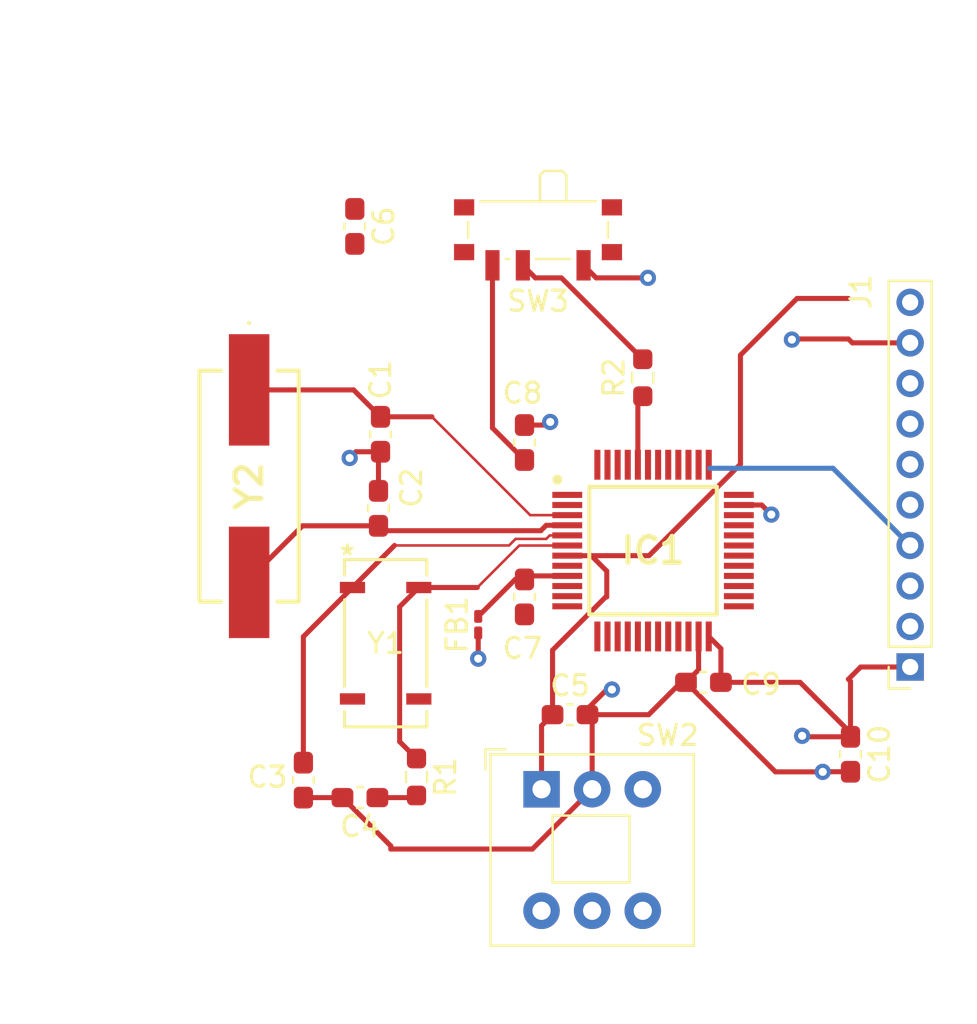
<source format=kicad_pcb>
(kicad_pcb (version 20221018) (generator pcbnew)
  (layers (0 "F.Cu" signal) (1 "In1.Cu" power "Ground Plane") (2 "In2.Cu" power "VDD") (31 "B.Cu" signal) (34 "B.Paste" user) (35 "F.Paste" user) (36 "B.SilkS" user "B.Silkscreen") (37 "F.SilkS" user "F.Silkscreen") (38 "B.Mask" user) (39 "F.Mask" user) (44 "Edge.Cuts" user))
  (net 0 "")
  (net 1 "Net-(IC1-PC14-OSC32_IN)")
  (net 3 "Earth")
  (net 4 "Net-(IC1-PC15-OSC32_OUT)")
  (net 5 "Net-(IC1-PH0-OSC_IN)")
  (net 6 "Net-(C4-Pad1)")
  (net 7 "Net-(IC1-NRST)")
  (net 9 "VDDA")
  (net 23 "VDD")
  (net 24 "Net-(IC1-PH1-OSC_OUT)")
  (net 34 "SWDIO{slash}TMS")
  (net 35 "SWCLK{slash}TCK")
  (net 37 "Net-(IC1-BOOT0)")
  (net 50 "Net-(SW3-B)")
  (footprint "Capacitor_SMD:C_0603_1608Metric_Pad1.08x0.95mm_HandSolder" (layer "F.Cu") (at 71.882 90.678 180)
    (fp_text reference "C4" (at 0 -1.43) (layer "F.SilkS"))
    (fp_text value "20pF" hide)
    (fp_line (start -0.146267 -0.51) (end 0.146267 -0.51) (stroke (width 0.12)) (layer "F.SilkS"))
    (fp_line (start -0.146267 0.51) (end 0.146267 0.51) (stroke (width 0.12)) (layer "F.SilkS"))
    (pad "1" smd roundrect (at -0.8625 0 180) (size 1.075 0.95) (layers "F.Cu" "F.Paste" "F.Mask") (net 6 "Net-(C4-Pad1)"))
    (pad "2" smd roundrect (at 0.8625 0 180) (size 1.075 0.95) (layers "F.Cu" "F.Paste" "F.Mask") (net 3 "Earth"))
  )
  (footprint "SWLib:830003151" (layer "F.Cu") (at 66.4083 75.304 -90)
    (fp_text reference "Y2" (at 0 0 90) (layer "F.SilkS") (effects (font (size 1.27 1.27) (thickness 0.254))))
    (fp_text value "8MHz" hide)
    (fp_line (start -8.1 0) (end -8.1 0) (stroke (width 0.1)) (layer "F.SilkS"))
    (fp_line (start -8 0) (end -8 0) (stroke (width 0.1)) (layer "F.SilkS"))
    (fp_line (start -5.7 -2.45) (end 5.7 -2.45) (stroke (width 0.2)) (layer "F.SilkS"))
    (fp_line (start -5.7 -1.4) (end -5.7 -2.45) (stroke (width 0.2)) (layer "F.SilkS"))
    (fp_line (start -5.7 1.4) (end -5.7 2.45) (stroke (width 0.2)) (layer "F.SilkS"))
    (fp_line (start -5.7 2.45) (end 5.7 2.45) (stroke (width 0.2)) (layer "F.SilkS"))
    (fp_line (start 5.7 -2.45) (end 5.7 -1.4) (stroke (width 0.2)) (layer "F.SilkS"))
    (fp_line (start 5.7 2.45) (end 5.7 1.4) (stroke (width 0.2)) (layer "F.SilkS"))
    (fp_arc (start -8.1 0) (mid -8.05 -0.05) (end -8 0) (stroke (width 0.1)) (layer "F.SilkS"))
    (fp_arc (start -8 0) (mid -8.05 0.05) (end -8.1 0) (stroke (width 0.1)) (layer "F.SilkS"))
    (pad "1" smd rect (at -4.75 0) (size 2 5.5) (layers "F.Cu" "F.Paste" "F.Mask") (net 1 "Net-(IC1-PC14-OSC32_IN)"))
    (pad "2" smd rect (at 4.75 0) (size 2 5.5) (layers "F.Cu" "F.Paste" "F.Mask") (net 4 "Net-(IC1-PC15-OSC32_OUT)"))
  )
  (footprint "Capacitor_SMD:C_0603_1608Metric_Pad1.08x0.95mm_HandSolder" (layer "F.Cu") (at 80.01 73.152 90)
    (fp_text reference "C8" (at 2.4384 -0.1027 180) (layer "F.SilkS"))
    (fp_text value "100nF" hide)
    (fp_line (start -0.146267 -0.51) (end 0.146267 -0.51) (stroke (width 0.12)) (layer "F.SilkS"))
    (fp_line (start -0.146267 0.51) (end 0.146267 0.51) (stroke (width 0.12)) (layer "F.SilkS"))
    (pad "1" smd roundrect (at -0.8625 0 90) (size 1.075 0.95) (layers "F.Cu" "F.Paste" "F.Mask") (net 23 "VDD"))
    (pad "2" smd roundrect (at 0.8625 0 90) (size 1.075 0.95) (layers "F.Cu" "F.Paste" "F.Mask") (net 3 "Earth"))
  )
  (footprint "Capacitor_SMD:C_0603_1608Metric_Pad1.08x0.95mm_HandSolder" (layer "F.Cu") (at 72.898 72.7445 -90)
    (fp_text reference "C1" (at -2.6935 0 90) (layer "F.SilkS"))
    (fp_text value "10pF" hide)
    (fp_line (start -0.146267 -0.51) (end 0.146267 -0.51) (stroke (width 0.12)) (layer "F.SilkS"))
    (fp_line (start -0.146267 0.51) (end 0.146267 0.51) (stroke (width 0.12)) (layer "F.SilkS"))
    (pad "1" smd roundrect (at -0.8625 0 270) (size 1.075 0.95) (layers "F.Cu" "F.Paste" "F.Mask") (net 1 "Net-(IC1-PC14-OSC32_IN)"))
    (pad "2" smd roundrect (at 0.8625 0 270) (size 1.075 0.95) (layers "F.Cu" "F.Paste" "F.Mask") (net 3 "Earth"))
  )
  (footprint "Resistor_SMD:R_0603_1608Metric_Pad0.98x0.95mm_HandSolder" (layer "F.Cu") (at 74.676 89.662 -90)
    (fp_text reference "R1" (at 0 -1.43 90) (layer "F.SilkS"))
    (fp_text value "390" hide)
    (fp_line (start -0.254724 -0.5225) (end 0.254724 -0.5225) (stroke (width 0.12)) (layer "F.SilkS"))
    (fp_line (start -0.254724 0.5225) (end 0.254724 0.5225) (stroke (width 0.12)) (layer "F.SilkS"))
    (pad "1" smd roundrect (at -0.9125 0 270) (size 0.975 0.95) (layers "F.Cu" "F.Paste" "F.Mask") (net 24 "Net-(IC1-PH1-OSC_OUT)"))
    (pad "2" smd roundrect (at 0.9125 0 270) (size 0.975 0.95) (layers "F.Cu" "F.Paste" "F.Mask") (net 6 "Net-(C4-Pad1)"))
  )
  (footprint "Capacitor_SMD:C_0603_1608Metric_Pad1.08x0.95mm_HandSolder" (layer "F.Cu") (at 80.01 80.772 -90)
    (fp_text reference "C7" (at 2.54 0.1016 -180) (layer "F.SilkS"))
    (fp_text value "10nF" hide)
    (fp_line (start -0.146267 -0.51) (end 0.146267 -0.51) (stroke (width 0.12)) (layer "F.SilkS"))
    (fp_line (start -0.146267 0.51) (end 0.146267 0.51) (stroke (width 0.12)) (layer "F.SilkS"))
    (pad "1" smd roundrect (at -0.8625 0 270) (size 1.075 0.95) (layers "F.Cu" "F.Paste" "F.Mask") (net 9 "VDDA"))
    (pad "2" smd roundrect (at 0.8625 0 270) (size 1.075 0.95) (layers "F.Cu" "F.Paste" "F.Mask") (net 3 "Earth"))
  )
  (footprint "Connector_PinSocket_2.00mm:PinSocket_1x10_P2.00mm_Vertical" (layer "F.Cu") (at 99.06 84.232 180)
    (fp_text reference "J1" (at 2.4384 18.5139 90) (layer "F.SilkS"))
    (fp_text value "Conn_ARM_JTAG_SWD_10" hide)
    (fp_line (start -1.06 1) (end -1.06 19.06) (stroke (width 0.12)) (layer "F.SilkS"))
    (fp_line (start -1.06 1) (end 1.06 1) (stroke (width 0.12)) (layer "F.SilkS"))
    (fp_line (start -1.06 19.06) (end 1.06 19.06) (stroke (width 0.12)) (layer "F.SilkS"))
    (fp_line (start 0 -1.06) (end 1.06 -1.06) (stroke (width 0.12)) (layer "F.SilkS"))
    (fp_line (start 1.06 -1.06) (end 1.06 0) (stroke (width 0.12)) (layer "F.SilkS"))
    (fp_line (start 1.06 1) (end 1.06 19.06) (stroke (width 0.12)) (layer "F.SilkS"))
    (pad "1" thru_hole rect (at 0 0 180) (size 1.35 1.35) (drill 0.8) (layers "*.Cu" "*.Mask") (net 23 "VDD"))
    (pad "2" thru_hole oval (at 0 2 180) (size 1.35 1.35) (drill 0.8) (layers "*.Cu" "*.Mask") (net 34 "SWDIO{slash}TMS"))
    (pad "3" thru_hole oval (at 0 4 180) (size 1.35 1.35) (drill 0.8) (layers "*.Cu" "*.Mask") (net 3 "Earth"))
    (pad "4" thru_hole oval (at 0 6 180) (size 1.35 1.35) (drill 0.8) (layers "*.Cu" "*.Mask") (net 35 "SWCLK{slash}TCK"))
    (pad "5" thru_hole oval (at 0 8 180) (size 1.35 1.35) (drill 0.8) (layers "*.Cu" "*.Mask") (net 3 "Earth"))
    (pad "6" thru_hole oval (at 0 10 180) (size 1.35 1.35) (drill 0.8) (layers "*.Cu" "*.Mask"))
    (pad "7" thru_hole oval (at 0 12 180) (size 1.35 1.35) (drill 0.8) (layers "*.Cu" "*.Mask"))
    (pad "8" thru_hole oval (at 0 14 180) (size 1.35 1.35) (drill 0.8) (layers "*.Cu" "*.Mask"))
    (pad "9" thru_hole oval (at 0 16 180) (size 1.35 1.35) (drill 0.8) (layers "*.Cu" "*.Mask") (net 3 "Earth"))
    (pad "10" thru_hole oval (at 0 18 180) (size 1.35 1.35) (drill 0.8) (layers "*.Cu" "*.Mask") (net 7 "Net-(IC1-NRST)"))
  )
  (footprint "Capacitor_SMD:C_0603_1608Metric_Pad1.08x0.95mm_HandSolder" (layer "F.Cu") (at 69.088 89.8155 -90)
    (fp_text reference "C3" (at -0.1535 1.778 -180) (layer "F.SilkS"))
    (fp_text value "20pF" hide)
    (fp_line (start -0.146267 -0.51) (end 0.146267 -0.51) (stroke (width 0.12)) (layer "F.SilkS"))
    (fp_line (start -0.146267 0.51) (end 0.146267 0.51) (stroke (width 0.12)) (layer "F.SilkS"))
    (pad "1" smd roundrect (at -0.8625 0 270) (size 1.075 0.95) (layers "F.Cu" "F.Paste" "F.Mask") (net 5 "Net-(IC1-PH0-OSC_IN)"))
    (pad "2" smd roundrect (at 0.8625 0 270) (size 1.075 0.95) (layers "F.Cu" "F.Paste" "F.Mask") (net 3 "Earth"))
  )
  (footprint "Capacitor_SMD:C_0603_1608Metric_Pad1.08x0.95mm_HandSolder" (layer "F.Cu") (at 71.628 62.484 -90)
    (fp_text reference "C6" (at 0 -1.43 90) (layer "F.SilkS"))
    (fp_text value "1uF" hide)
    (fp_line (start -0.146267 -0.51) (end 0.146267 -0.51) (stroke (width 0.12)) (layer "F.SilkS"))
    (fp_line (start -0.146267 0.51) (end 0.146267 0.51) (stroke (width 0.12)) (layer "F.SilkS"))
    (pad "1" smd roundrect (at -0.8625 0 270) (size 1.075 0.95) (layers "F.Cu" "F.Paste" "F.Mask") (net 9 "VDDA"))
    (pad "2" smd roundrect (at 0.8625 0 270) (size 1.075 0.95) (layers "F.Cu" "F.Paste" "F.Mask") (net 3 "Earth"))
  )
  (footprint "Capacitor_SMD:C_0603_1608Metric_Pad1.08x0.95mm_HandSolder" (layer "F.Cu") (at 88.8492 84.9884 180)
    (fp_text reference "C9" (at -2.8448 -0.1016) (layer "F.SilkS"))
    (fp_text value "100nF" hide)
    (fp_line (start -0.146267 -0.51) (end 0.146267 -0.51) (stroke (width 0.12)) (layer "F.SilkS"))
    (fp_line (start -0.146267 0.51) (end 0.146267 0.51) (stroke (width 0.12)) (layer "F.SilkS"))
    (pad "1" smd roundrect (at -0.8625 0 180) (size 1.075 0.95) (layers "F.Cu" "F.Paste" "F.Mask") (net 23 "VDD"))
    (pad "2" smd roundrect (at 0.8625 0 180) (size 1.075 0.95) (layers "F.Cu" "F.Paste" "F.Mask") (net 3 "Earth"))
  )
  (footprint "Capacitor_SMD:C_0603_1608Metric_Pad1.08x0.95mm_HandSolder" (layer "F.Cu") (at 82.2585 86.5845)
    (fp_text reference "C5" (at 0 -1.43) (layer "F.SilkS"))
    (fp_text value "100nF" hide)
    (fp_line (start -0.146267 -0.51) (end 0.146267 -0.51) (stroke (width 0.12)) (layer "F.SilkS"))
    (fp_line (start -0.146267 0.51) (end 0.146267 0.51) (stroke (width 0.12)) (layer "F.SilkS"))
    (pad "1" smd roundrect (at -0.8625 0) (size 1.075 0.95) (layers "F.Cu" "F.Paste" "F.Mask") (net 7 "Net-(IC1-NRST)"))
    (pad "2" smd roundrect (at 0.8625 0) (size 1.075 0.95) (layers "F.Cu" "F.Paste" "F.Mask") (net 3 "Earth"))
  )
  (footprint "Inductor_SMD:L_0201_0603Metric_Pad0.64x0.40mm_HandSolder" (layer "F.Cu") (at 77.724 82.1425 90)
    (fp_text reference "FB1" (at 0 -1.05 90) (layer "F.SilkS"))
    (fp_text value "FerriteBead" hide)
    (pad "1" smd roundrect (at -0.4075 0 90) (size 0.635 0.4) (layers "F.Cu" "F.Mask") (net 23 "VDD"))
    (pad "2" smd roundrect (at 0.4075 0 90) (size 0.635 0.4) (layers "F.Cu" "F.Mask") (net 9 "VDDA"))
  )
  (footprint "Button_Switch_THT:SW_Push_2P2T_Toggle_CK_PVA2OAH5xxxxxxV2" (layer "F.Cu") (at 80.852 90.266)
    (fp_text reference "SW2" (at 6.2325 -2.6655) (layer "F.SilkS"))
    (fp_text value "SW_Push")
    (fp_line (start -2.77 -0.97) (end -2.77 -1.97) (stroke (width 0.12)) (layer "F.SilkS"))
    (fp_line (start -2.52 7.72) (end -2.52 -1.72) (stroke (width 0.12)) (layer "F.SilkS"))
    (fp_line (start -1.77 -1.97) (end -2.77 -1.97) (stroke (width 0.12)) (layer "F.SilkS"))
    (fp_line (start 0.55 1.3) (end 0.55 4.6) (stroke (width 0.12)) (layer "F.SilkS"))
    (fp_line (start 4.35 1.3) (end 0.55 1.3) (stroke (width 0.12)) (layer "F.SilkS"))
    (fp_line (start 4.35 1.3) (end 4.35 4.6) (stroke (width 0.12)) (layer "F.SilkS"))
    (fp_line (start 4.35 4.6) (end 0.55 4.6) (stroke (width 0.12)) (layer "F.SilkS"))
    (fp_line (start 7.52 -1.72) (end -2.52 -1.72) (stroke (width 0.12)) (layer "F.SilkS"))
    (fp_line (start 7.52 7.72) (end -2.52 7.72) (stroke (width 0.12)) (layer "F.SilkS"))
    (fp_line (start 7.52 7.72) (end 7.52 -1.72) (stroke (width 0.12)) (layer "F.SilkS"))
    (pad "1" thru_hole rect (at 0 0) (size 1.8 1.8) (drill 0.9) (layers "*.Cu" "*.Mask") (net 7 "Net-(IC1-NRST)"))
    (pad "2" thru_hole circle (at 2.5 0) (size 1.8 1.8) (drill 0.9) (layers "*.Cu" "*.Mask") (net 3 "Earth"))
    (pad "3" thru_hole circle (at 5 0) (size 1.8 1.8) (drill 0.9) (layers "*.Cu" "*.Mask"))
    (pad "4" thru_hole circle (at 0 6) (size 1.8 1.8) (drill 0.9) (layers "*.Cu" "*.Mask"))
    (pad "5" thru_hole circle (at 2.5 6) (size 1.8 1.8) (drill 0.9) (layers "*.Cu" "*.Mask"))
    (pad "6" thru_hole circle (at 5 6) (size 1.8 1.8) (drill 0.9) (layers "*.Cu" "*.Mask"))
  )
  (footprint "Capacitor_SMD:C_0603_1608Metric_Pad1.08x0.95mm_HandSolder" (layer "F.Cu") (at 96.1136 88.5396 -90)
    (fp_text reference "C10" (at 0 -1.43 90) (layer "F.SilkS"))
    (fp_text value "4.7uF" hide)
    (fp_line (start -0.146267 -0.51) (end 0.146267 -0.51) (stroke (width 0.12)) (layer "F.SilkS"))
    (fp_line (start -0.146267 0.51) (end 0.146267 0.51) (stroke (width 0.12)) (layer "F.SilkS"))
    (pad "1" smd roundrect (at -0.8625 0 270) (size 1.075 0.95) (layers "F.Cu" "F.Paste" "F.Mask") (net 23 "VDD"))
    (pad "2" smd roundrect (at 0.8625 0 270) (size 1.075 0.95) (layers "F.Cu" "F.Paste" "F.Mask") (net 3 "Earth"))
  )
  (footprint "Resistor_SMD:R_0603_1608Metric_Pad0.98x0.95mm_HandSolder" (layer "F.Cu") (at 85.852 69.9535 90)
    (fp_text reference "R2" (at 0 -1.43 90) (layer "F.SilkS"))
    (fp_text value "10k")
    (fp_line (start -0.254724 -0.5225) (end 0.254724 -0.5225) (stroke (width 0.12)) (layer "F.SilkS"))
    (fp_line (start -0.254724 0.5225) (end 0.254724 0.5225) (stroke (width 0.12)) (layer "F.SilkS"))
    (pad "1" smd roundrect (at -0.9125 0 90) (size 0.975 0.95) (layers "F.Cu" "F.Paste" "F.Mask") (net 37 "Net-(IC1-BOOT0)"))
    (pad "2" smd roundrect (at 0.9125 0 90) (size 0.975 0.95) (layers "F.Cu" "F.Paste" "F.Mask") (net 50 "Net-(SW3-B)"))
  )
  (footprint "Button_Switch_SMD:SW_SPDT_PCM12" (layer "F.Cu") (at 80.678 62.974 180)
    (fp_text reference "SW3" (at 0 -3.2) (layer "F.SilkS"))
    (fp_text value "SW_SPDT")
    (fp_line (start -3.45 -0.07) (end -3.45 0.72) (stroke (width 0.12)) (layer "F.SilkS"))
    (fp_line (start -2.85 1.73) (end 2.85 1.73) (stroke (width 0.12)) (layer "F.SilkS"))
    (fp_line (start -1.6 -1.12) (end 0.1 -1.12) (stroke (width 0.12)) (layer "F.SilkS"))
    (fp_line (start -1.4 1.73) (end -1.4 3.02) (stroke (width 0.12)) (layer "F.SilkS"))
    (fp_line (start -1.4 3.02) (end -1.2 3.23) (stroke (width 0.12)) (layer "F.SilkS"))
    (fp_line (start -1.2 3.23) (end -0.3 3.23) (stroke (width 0.12)) (layer "F.SilkS"))
    (fp_line (start -0.1 3.02) (end -0.3 3.23) (stroke (width 0.12)) (layer "F.SilkS"))
    (fp_line (start -0.1 3.02) (end -0.1 1.73) (stroke (width 0.12)) (layer "F.SilkS"))
    (fp_line (start 1.4 -1.12) (end 1.6 -1.12) (stroke (width 0.12)) (layer "F.SilkS"))
    (fp_line (start 3.45 0.72) (end 3.45 -0.07) (stroke (width 0.12)) (layer "F.SilkS"))
    (pad "" smd rect (at -3.65 -0.78 180) (size 1 0.8) (layers "F.Cu" "F.Paste" "F.Mask"))
    (pad "" smd rect (at -3.65 1.43 180) (size 1 0.8) (layers "F.Cu" "F.Paste" "F.Mask"))
    (pad "" np_thru_hole circle (at -1.5 0.33 180) (size 0.9 0.9) (drill 0.9) (layers "*.Cu" "*.Mask"))
    (pad "" np_thru_hole circle (at 1.5 0.33 180) (size 0.9 0.9) (drill 0.9) (layers "*.Cu" "*.Mask"))
    (pad "" smd rect (at 3.65 -0.78 180) (size 1 0.8) (layers "F.Cu" "F.Paste" "F.Mask"))
    (pad "" smd rect (at 3.65 1.43 180) (size 1 0.8) (layers "F.Cu" "F.Paste" "F.Mask"))
    (pad "1" smd rect (at -2.25 -1.43 180) (size 0.7 1.5) (layers "F.Cu" "F.Paste" "F.Mask") (net 3 "Earth"))
    (pad "2" smd rect (at 0.75 -1.43 180) (size 0.7 1.5) (layers "F.Cu" "F.Paste" "F.Mask") (net 50 "Net-(SW3-B)"))
    (pad "3" smd rect (at 2.25 -1.43 180) (size 0.7 1.5) (layers "F.Cu" "F.Paste" "F.Mask") (net 23 "VDD"))
  )
  (footprint "SWLib:X_ABS25_ABR" (layer "F.Cu") (at 73.152 83.058)
    (fp_text reference "Y1" (at 0 0 unlocked) (layer "F.SilkS"))
    (fp_text value "ABS25-32.768KHZ-6-T" hide)
    (fp_text user "*" (at -1.8923 -4.2994) (layer "F.SilkS"))
    (fp_text user "*" (at -1.8923 -4.2994 unlocked) (layer "F.SilkS"))
    (fp_line (start -2.032 -4.1275) (end -2.032 -3.36214) (stroke (width 0.1524)) (layer "F.SilkS"))
    (fp_line (start -2.032 -2.13786) (end -2.032 2.13786) (stroke (width 0.1524)) (layer "F.SilkS"))
    (fp_line (start -2.032 3.36214) (end -2.032 4.1275) (stroke (width 0.1524)) (layer "F.SilkS"))
    (fp_line (start -2.032 4.1275) (end 2.032 4.1275) (stroke (width 0.1524)) (layer "F.SilkS"))
    (fp_line (start 2.032 -4.1275) (end -2.032 -4.1275) (stroke (width 0.1524)) (layer "F.SilkS"))
    (fp_line (start 2.032 -3.36214) (end 2.032 -4.1275) (stroke (width 0.1524)) (layer "F.SilkS"))
    (fp_line (start 2.032 2.13786) (end 2.032 -2.13786) (stroke (width 0.1524)) (layer "F.SilkS"))
    (fp_line (start 2.032 4.1275) (end 2.032 3.36214) (stroke (width 0.1524)) (layer "F.SilkS"))
    (pad "1" smd rect (at -1.6383 -2.75) (size 1.2446 0.5588) (layers "F.Cu" "F.Paste" "F.Mask") (net 5 "Net-(IC1-PH0-OSC_IN)"))
    (pad "2" smd rect (at -1.6383 2.75) (size 1.2446 0.5588) (layers "F.Cu" "F.Paste" "F.Mask"))
    (pad "3" smd rect (at 1.6383 2.75) (size 1.2446 0.5588) (layers "F.Cu" "F.Paste" "F.Mask"))
    (pad "4" smd rect (at 1.6383 -2.75) (size 1.2446 0.5588) (layers "F.Cu" "F.Paste" "F.Mask") (net 24 "Net-(IC1-PH1-OSC_OUT)"))
  )
  (footprint "Capacitor_SMD:C_0603_1608Metric_Pad1.08x0.95mm_HandSolder" (layer "F.Cu") (at 72.7975 76.401 90)
    (fp_text reference "C2" (at 1.016 1.6245 90) (layer "F.SilkS"))
    (fp_text value "10pF" hide)
    (fp_line (start -0.146267 -0.51) (end 0.146267 -0.51) (stroke (width 0.12)) (layer "F.SilkS"))
    (fp_line (start -0.146267 0.51) (end 0.146267 0.51) (stroke (width 0.12)) (layer "F.SilkS"))
    (pad "1" smd roundrect (at -0.8625 0 90) (size 1.075 0.95) (layers "F.Cu" "F.Paste" "F.Mask") (net 4 "Net-(IC1-PC15-OSC32_OUT)"))
    (pad "2" smd roundrect (at 0.8625 0 90) (size 1.075 0.95) (layers "F.Cu" "F.Paste" "F.Mask") (net 3 "Earth"))
  )
  (footprint "SWLib:QFP50P900X900X160-48N" (layer "F.Cu") (at 86.36 78.486)
    (fp_text reference "IC1" (at 0 0) (layer "F.SilkS") (effects (font (size 1.27 1.27) (thickness 0.254))))
    (fp_text value "STM32L051C6T6" hide)
    (fp_line (start -3.15 -3.15) (end 3.15 -3.15) (stroke (width 0.2)) (layer "F.SilkS"))
    (fp_line (start -3.15 3.15) (end -3.15 -3.15) (stroke (width 0.2)) (layer "F.SilkS"))
    (fp_line (start 3.15 -3.15) (end 3.15 3.15) (stroke (width 0.2)) (layer "F.SilkS"))
    (fp_line (start 3.15 3.15) (end -3.15 3.15) (stroke (width 0.2)) (layer "F.SilkS"))
    (fp_circle (center -4.725 -3.5) (end -4.725 -3.375) (stroke (width 0.25)) (fill none) (layer "F.SilkS"))
    (pad "1" smd rect (at -4.238 -2.75 90) (size 0.3 1.475) (layers "F.Cu" "F.Paste" "F.Mask") (net 23 "VDD"))
    (pad "2" smd rect (at -4.238 -2.25 90) (size 0.3 1.475) (layers "F.Cu" "F.Paste" "F.Mask"))
    (pad "3" smd rect (at -4.238 -1.75 90) (size 0.3 1.475) (layers "F.Cu" "F.Paste" "F.Mask") (net 1 "Net-(IC1-PC14-OSC32_IN)"))
    (pad "4" smd rect (at -4.238 -1.25 90) (size 0.3 1.475) (layers "F.Cu" "F.Paste" "F.Mask") (net 4 "Net-(IC1-PC15-OSC32_OUT)"))
    (pad "5" smd rect (at -4.238 -0.75 90) (size 0.3 1.475) (layers "F.Cu" "F.Paste" "F.Mask") (net 5 "Net-(IC1-PH0-OSC_IN)"))
    (pad "6" smd rect (at -4.238 -0.25 90) (size 0.3 1.475) (layers "F.Cu" "F.Paste" "F.Mask") (net 24 "Net-(IC1-PH1-OSC_OUT)"))
    (pad "7" smd rect (at -4.238 0.25 90) (size 0.3 1.475) (layers "F.Cu" "F.Paste" "F.Mask") (net 7 "Net-(IC1-NRST)"))
    (pad "8" smd rect (at -4.238 0.75 90) (size 0.3 1.475) (layers "F.Cu" "F.Paste" "F.Mask"))
    (pad "9" smd rect (at -4.238 1.25 90) (size 0.3 1.475) (layers "F.Cu" "F.Paste" "F.Mask") (net 9 "VDDA"))
    (pad "10" smd rect (at -4.238 1.75 90) (size 0.3 1.475) (layers "F.Cu" "F.Paste" "F.Mask"))
    (pad "11" smd rect (at -4.238 2.25 90) (size 0.3 1.475) (layers "F.Cu" "F.Paste" "F.Mask"))
    (pad "12" smd rect (at -4.238 2.75 90) (size 0.3 1.475) (layers "F.Cu" "F.Paste" "F.Mask"))
    (pad "13" smd rect (at -2.75 4.238) (size 0.3 1.475) (layers "F.Cu" "F.Paste" "F.Mask"))
    (pad "14" smd rect (at -2.25 4.238) (size 0.3 1.475) (layers "F.Cu" "F.Paste" "F.Mask"))
    (pad "15" smd rect (at -1.75 4.238) (size 0.3 1.475) (layers "F.Cu" "F.Paste" "F.Mask"))
    (pad "16" smd rect (at -1.25 4.238) (size 0.3 1.475) (layers "F.Cu" "F.Paste" "F.Mask"))
    (pad "17" smd rect (at -0.75 4.238) (size 0.3 1.475) (layers "F.Cu" "F.Paste" "F.Mask"))
    (pad "18" smd rect (at -0.25 4.238) (size 0.3 1.475) (layers "F.Cu" "F.Paste" "F.Mask"))
    (pad "19" smd rect (at 0.25 4.238) (size 0.3 1.475) (layers "F.Cu" "F.Paste" "F.Mask"))
    (pad "20" smd rect (at 0.75 4.238) (size 0.3 1.475) (layers "F.Cu" "F.Paste" "F.Mask"))
    (pad "21" smd rect (at 1.25 4.238) (size 0.3 1.475) (layers "F.Cu" "F.Paste" "F.Mask"))
    (pad "22" smd rect (at 1.75 4.238) (size 0.3 1.475) (layers "F.Cu" "F.Paste" "F.Mask"))
    (pad "23" smd rect (at 2.25 4.238) (size 0.3 1.475) (layers "F.Cu" "F.Paste" "F.Mask") (net 3 "Earth"))
    (pad "24" smd rect (at 2.75 4.238) (size 0.3 1.475) (layers "F.Cu" "F.Paste" "F.Mask") (net 23 "VDD"))
    (pad "25" smd rect (at 4.238 2.75 90) (size 0.3 1.475) (layers "F.Cu" "F.Paste" "F.Mask"))
    (pad "26" smd rect (at 4.238 2.25 90) (size 0.3 1.475) (layers "F.Cu" "F.Paste" "F.Mask"))
    (pad "27" smd rect (at 4.238 1.75 90) (size 0.3 1.475) (layers "F.Cu" "F.Paste" "F.Mask"))
    (pad "28" smd rect (at 4.238 1.25 90) (size 0.3 1.475) (layers "F.Cu" "F.Paste" "F.Mask"))
    (pad "29" smd rect (at 4.238 0.75 90) (size 0.3 1.475) (layers "F.Cu" "F.Paste" "F.Mask"))
    (pad "30" smd rect (at 4.238 0.25 90) (size 0.3 1.475) (layers "F.Cu" "F.Paste" "F.Mask"))
    (pad "31" smd rect (at 4.238 -0.25 90) (size 0.3 1.475) (layers "F.Cu" "F.Paste" "F.Mask"))
    (pad "32" smd rect (at 4.238 -0.75 90) (size 0.3 1.475) (layers "F.Cu" "F.Paste" "F.Mask"))
    (pad "33" smd rect (at 4.238 -1.25 90) (size 0.3 1.475) (layers "F.Cu" "F.Paste" "F.Mask"))
    (pad "34" smd rect (at 4.238 -1.75 90) (size 0.3 1.475) (layers "F.Cu" "F.Paste" "F.Mask") (net 34 "SWDIO{slash}TMS"))
    (pad "35" smd rect (at 4.238 -2.25 90) (size 0.3 1.475) (layers "F.Cu" "F.Paste" "F.Mask") (net 3 "Earth"))
    (pad "36" smd rect (at 4.238 -2.75 90) (size 0.3 1.475) (layers "F.Cu" "F.Paste" "F.Mask"))
    (pad "37" smd rect (at 2.75 -4.238) (size 0.3 1.475) (layers "F.Cu" "F.Paste" "F.Mask") (net 35 "SWCLK{slash}TCK"))
    (pad "38" smd rect (at 2.25 -4.238) (size 0.3 1.475) (layers "F.Cu" "F.Paste" "F.Mask"))
    (pad "39" smd rect (at 1.75 -4.238) (size 0.3 1.475) (layers "F.Cu" "F.Paste" "F.Mask"))
    (pad "40" smd rect (at 1.25 -4.238) (size 0.3 1.475) (layers "F.Cu" "F.Paste" "F.Mask"))
    (pad "41" smd rect (at 0.75 -4.238) (size 0.3 1.475) (layers "F.Cu" "F.Paste" "F.Mask"))
    (pad "42" smd rect (at 0.25 -4.238) (size 0.3 1.475) (layers "F.Cu" "F.Paste" "F.Mask"))
    (pad "43" smd rect (at -0.25 -4.238) (size 0.3 1.475) (layers "F.Cu" "F.Paste" "F.Mask"))
    (pad "44" smd rect (at -0.75 -4.238) (size 0.3 1.475) (layers "F.Cu" "F.Paste" "F.Mask") (net 37 "Net-(IC1-BOOT0)"))
    (pad "45" smd rect (at -1.25 -4.238) (size 0.3 1.475) (layers "F.Cu" "F.Paste" "F.Mask"))
    (pad "46" smd rect (at -1.75 -4.238) (size 0.3 1.475) (layers "F.Cu" "F.Paste" "F.Mask"))
    (pad "47" smd rect (at -2.25 -4.238) (size 0.3 1.475) (layers "F.Cu" "F.Paste" "F.Mask") (net 3 "Earth"))
    (pad "48" smd rect (at -2.75 -4.238) (size 0.3 1.475) (layers "F.Cu" "F.Paste" "F.Mask"))
  )
  (segment (start 80.292 76.736) (end 82.122 76.736) (width 0.127) (layer "F.Cu") (net 1))
  (segment (start 72.898 71.882) (end 75.438 71.882) (width 0.25) (layer "F.Cu") (net 1))
  (segment (start 75.438 71.882) (end 80.292 76.736) (width 0.127) (layer "F.Cu") (net 1))
  (segment (start 66.4083 70.554) (end 71.57 70.554) (width 0.25) (layer "F.Cu") (net 1))
  (segment (start 71.57 70.554) (end 72.898 71.882) (width 0.25) (layer "F.Cu") (net 1))
  (segment (start 73.406 93.0645) (end 71.0195 90.678) (width 0.25) (layer "F.Cu") (net 3))
  (segment (start 90.598 76.236) (end 91.73 76.236) (width 0.25) (layer "F.Cu") (net 3))
  (segment (start 80.4 93.218) (end 73.406 93.218) (width 0.25) (layer "F.Cu") (net 3))
  (segment (start 87.9867 84.9884) (end 88.61 84.3651) (width 0.25) (layer "F.Cu") (net 3))
  (segment (start 91.73 76.236) (end 91.948 76.454) (width 0.25) (layer "F.Cu") (net 3))
  (segment (start 81.1265 72.2895) (end 81.28 72.136) (width 0.25) (layer "F.Cu") (net 3))
  (segment (start 72.7975 75.5385) (end 72.898 75.639) (width 0.25) (layer "F.Cu") (net 3))
  (segment (start 92.4063 89.408) (end 94.742 89.408) (width 0.25) (layer "F.Cu") (net 3))
  (segment (start 83.352 90.266) (end 80.4 93.218) (width 0.25) (layer "F.Cu") (net 3))
  (segment (start 96.1136 89.4021) (end 94.7479 89.4021) (width 0.25) (layer "F.Cu") (net 3))
  (segment (start 96.012 68.04) (end 96.204 68.232) (width 0.25) (layer "F.Cu") (net 3))
  (segment (start 93.25 68.04) (end 93.218 68.072) (width 0.25) (layer "F.Cu") (net 3))
  (segment (start 88.61 84.3651) (end 88.61 82.724) (width 0.25) (layer "F.Cu") (net 3))
  (segment (start 80.01 72.2895) (end 81.1265 72.2895) (width 0.25) (layer "F.Cu") (net 3))
  (segment (start 86.144805 86.5845) (end 87.740905 84.9884) (width 0.25) (layer "F.Cu") (net 3))
  (segment (start 83.352 86.8155) (end 83.121 86.5845) (width 0.25) (layer "F.Cu") (net 3))
  (segment (start 96.012 68.04) (end 93.25 68.04) (width 0.25) (layer "F.Cu") (net 3))
  (segment (start 83.121 86.297) (end 84.074 85.344) (width 0.25) (layer "F.Cu") (net 3))
  (segment (start 83.352 90.266) (end 83.352 86.8155) (width 0.25) (layer "F.Cu") (net 3))
  (segment (start 87.9867 84.9884) (end 92.4063 89.408) (width 0.25) (layer "F.Cu") (net 3))
  (segment (start 94.7479 89.4021) (end 94.742 89.408) (width 0.25) (layer "F.Cu") (net 3))
  (segment (start 84.074 85.344) (end 84.328 85.344) (width 0.25) (layer "F.Cu") (net 3))
  (segment (start 83.121 86.5845) (end 86.144805 86.5845) (width 0.25) (layer "F.Cu") (net 3))
  (segment (start 69.088 90.678) (end 71.0195 90.678) (width 0.25) (layer "F.Cu") (net 3))
  (segment (start 71.681 73.607) (end 71.374 73.914) (width 0.25) (layer "F.Cu") (net 3))
  (segment (start 73.406 93.218) (end 73.406 93.0645) (width 0.25) (layer "F.Cu") (net 3))
  (segment (start 83.548 65.024) (end 86.106 65.024) (width 0.25) (layer "F.Cu") (net 3))
  (segment (start 83.121 86.5845) (end 83.121 86.297) (width 0.25) (layer "F.Cu") (net 3))
  (segment (start 72.898 73.607) (end 71.681 73.607) (width 0.25) (layer "F.Cu") (net 3))
  (segment (start 96.204 68.232) (end 99.06 68.232) (width 0.25) (layer "F.Cu") (net 3))
  (segment (start 72.7975 75.5385) (end 72.7975 73.7075) (width 0.25) (layer "F.Cu") (net 3))
  (segment (start 91.948 76.454) (end 92.202 76.708) (width 0.25) (layer "F.Cu") (net 3))
  (segment (start 72.7975 73.7075) (end 72.898 73.607) (width 0.25) (layer "F.Cu") (net 3))
  (segment (start 82.928 64.404) (end 83.548 65.024) (width 0.25) (layer "F.Cu") (net 3))
  (segment (start 87.740905 84.9884) (end 87.9867 84.9884) (width 0.25) (layer "F.Cu") (net 3))
  (segment (start 72.898 75.639) (end 72.898 75.946) (width 0.25) (layer "F.Cu") (net 3))
  (via (at 84.328 85.344) (size 0.8) (drill 0.4) (layers "F.Cu" "B.Cu") (net 3))
  (via (at 92.202 76.708) (size 0.8) (drill 0.4) (layers "F.Cu" "B.Cu") (net 3))
  (via (at 86.106 65.024) (size 0.8) (drill 0.4) (layers "F.Cu" "B.Cu") (net 3))
  (via (at 71.374 73.914) (size 0.8) (drill 0.4) (layers "F.Cu" "B.Cu") (net 3))
  (via (at 93.218 68.072) (size 0.8) (drill 0.4) (layers "F.Cu" "B.Cu") (net 3))
  (via (at 94.742 89.408) (size 0.8) (drill 0.4) (layers "F.Cu" "B.Cu") (net 3))
  (via (at 81.28 72.136) (size 0.8) (drill 0.4) (layers "F.Cu" "B.Cu") (net 3))
  (segment (start 81.0845 77.236) (end 82.122 77.236) (width 0.25) (layer "F.Cu") (net 4))
  (segment (start 80.8165 77.504) (end 81.0845 77.236) (width 0.25) (layer "F.Cu") (net 4))
  (segment (start 66.4083 79.8957) (end 69.0405 77.2635) (width 0.25) (layer "F.Cu") (net 4))
  (segment (start 72.7975 77.2635) (end 73.038 77.504) (width 0.25) (layer "F.Cu") (net 4))
  (segment (start 69.0405 77.2635) (end 72.7975 77.2635) (width 0.25) (layer "F.Cu") (net 4))
  (segment (start 66.4083 80.054) (end 66.4083 79.8957) (width 0.25) (layer "F.Cu") (net 4))
  (segment (start 73.038 77.504) (end 80.8165 77.504) (width 0.25) (layer "F.Cu") (net 4))
  (segment (start 69.088 88.953) (end 69.088 82.7337) (width 0.25) (layer "F.Cu") (net 5))
  (segment (start 73.5897 78.232) (end 79.248 78.232) (width 0.127) (layer "F.Cu") (net 5))
  (segment (start 81.0845 77.909) (end 81.2575 77.736) (width 0.127) (layer "F.Cu") (net 5))
  (segment (start 79.571 77.909) (end 81.0845 77.909) (width 0.127) (layer "F.Cu") (net 5))
  (segment (start 81.2575 77.736) (end 82.122 77.736) (width 0.127) (layer "F.Cu") (net 5))
  (segment (start 71.5137 80.308) (end 73.5897 78.232) (width 0.25) (layer "F.Cu") (net 5))
  (segment (start 79.248 78.232) (end 79.571 77.909) (width 0.127) (layer "F.Cu") (net 5))
  (segment (start 69.088 82.7337) (end 71.5137 80.308) (width 0.25) (layer "F.Cu") (net 5))
  (segment (start 72.7445 90.678) (end 74.5725 90.678) (width 0.25) (layer "F.Cu") (net 6))
  (segment (start 74.5725 90.678) (end 74.676 90.5745) (width 0.25) (layer "F.Cu") (net 6))
  (segment (start 81.396 86.5845) (end 81.396 83.4005) (width 0.25) (layer "F.Cu") (net 7))
  (segment (start 84.074 78.736) (end 83.312 78.736) (width 0.25) (layer "F.Cu") (net 7))
  (segment (start 84.074 79.498) (end 83.312 78.736) (width 0.25) (layer "F.Cu") (net 7))
  (segment (start 90.678 74.2175) (end 86.1595 78.736) (width 0.25) (layer "F.Cu") (net 7))
  (segment (start 80.852 87.1285) (end 81.396 86.5845) (width 0.25) (layer "F.Cu") (net 7))
  (segment (start 80.852 90.266) (end 80.852 87.1285) (width 0.25) (layer "F.Cu") (net 7))
  (segment (start 83.312 78.736) (end 82.122 78.736) (width 0.25) (layer "F.Cu") (net 7))
  (segment (start 81.396 83.4005) (end 84.0245 80.772) (width 0.25) (layer "F.Cu") (net 7))
  (segment (start 84.074 80.772) (end 84.074 79.498) (width 0.25) (layer "F.Cu") (net 7))
  (segment (start 86.1595 78.736) (end 84.074 78.736) (width 0.25) (layer "F.Cu") (net 7))
  (segment (start 90.678 68.834) (end 90.678 74.2175) (width 0.25) (layer "F.Cu") (net 7))
  (segment (start 96.012 66.04) (end 93.472 66.04) (width 0.25) (layer "F.Cu") (net 7))
  (segment (start 93.472 66.04) (end 90.678 68.834) (width 0.25) (layer "F.Cu") (net 7))
  (segment (start 84.0245 80.772) (end 84.074 80.772) (width 0.25) (layer "F.Cu") (net 7))
  (segment (start 79.5495 79.9095) (end 80.01 79.9095) (width 0.25) (layer "F.Cu") (net 9))
  (segment (start 77.724 81.735) (end 79.5495 79.9095) (width 0.25) (layer "F.Cu") (net 9))
  (segment (start 80.01 79.9095) (end 80.1835 79.736) (width 0.25) (layer "F.Cu") (net 9))
  (segment (start 80.1835 79.736) (end 82.122 79.736) (width 0.25) (layer "F.Cu") (net 9))
  (segment (start 89.7117 83.3257) (end 89.11 82.724) (width 0.25) (layer "F.Cu") (net 23))
  (segment (start 89.7117 84.9884) (end 89.7117 83.3257) (width 0.25) (layer "F.Cu") (net 23))
  (segment (start 77.724 82.55) (end 77.724 83.82) (width 0.25) (layer "F.Cu") (net 23))
  (segment (start 78.428 64.404) (end 78.428 72.4325) (width 0.25) (layer "F.Cu") (net 23))
  (segment (start 99.06 84.232) (end 96.616 84.232) (width 0.25) (layer "F.Cu") (net 23))
  (segment (start 96.1136 87.6771) (end 96.1136 87.4776) (width 0.25) (layer "F.Cu") (net 23))
  (segment (start 96.1136 87.4776) (end 93.6244 84.9884) (width 0.25) (layer "F.Cu") (net 23))
  (segment (start 96.616 84.232) (end 96.012 84.836) (width 0.25) (layer "F.Cu") (net 23))
  (segment (start 93.7731 87.6771) (end 93.726 87.63) (width 0.25) (layer "F.Cu") (net 23))
  (segment (start 96.1136 84.9376) (end 96.1136 87.6771) (width 0.25) (layer "F.Cu") (net 23))
  (segment (start 96.1136 87.6771) (end 93.7731 87.6771) (width 0.25) (layer "F.Cu") (net 23))
  (segment (start 78.428 72.4325) (end 80.01 74.0145) (width 0.25) (layer "F.Cu") (net 23))
  (segment (start 96.012 84.836) (end 96.1136 84.9376) (width 0.25) (layer "F.Cu") (net 23))
  (segment (start 93.6244 84.9884) (end 89.7117 84.9884) (width 0.25) (layer "F.Cu") (net 23))
  (via (at 93.726 87.63) (size 0.8) (drill 0.4) (layers "F.Cu" "B.Cu") (net 23))
  (via (at 77.724 83.82) (size 0.8) (drill 0.4) (layers "F.Cu" "B.Cu") (net 23))
  (segment (start 73.843 81.2553) (end 73.843 87.9165) (width 0.25) (layer "F.Cu") (net 24))
  (segment (start 74.7903 80.308) (end 73.843 81.2553) (width 0.25) (layer "F.Cu") (net 24))
  (segment (start 79.752 78.236) (end 82.122 78.236) (width 0.127) (layer "F.Cu") (net 24))
  (segment (start 73.843 87.9165) (end 74.676 88.7495) (width 0.25) (layer "F.Cu") (net 24))
  (segment (start 77.68 80.308) (end 79.752 78.236) (width 0.127) (layer "F.Cu") (net 24))
  (segment (start 74.7903 80.308) (end 77.68 80.308) (width 0.25) (layer "F.Cu") (net 24))
  (segment (start 89.662 74.422) (end 89.154 74.422) (width 0.25) (layer "B.Cu") (net 35))
  (segment (start 99.06 78.232) (end 95.25 74.422) (width 0.25) (layer "B.Cu") (net 35))
  (segment (start 95.25 74.422) (end 89.662 74.422) (width 0.25) (layer "B.Cu") (net 35))
  (segment (start 85.852 70.866) (end 85.61 71.108) (width 0.25) (layer "F.Cu") (net 37))
  (segment (start 85.61 71.108) (end 85.61 74.248) (width 0.25) (layer "F.Cu") (net 37))
  (segment (start 81.835 65.024) (end 85.852 69.041) (width 0.25) (layer "F.Cu") (net 50))
  (segment (start 79.928 64.404) (end 80.548 65.024) (width 0.25) (layer "F.Cu") (net 50))
  (segment (start 80.548 65.024) (end 81.835 65.024) (width 0.25) (layer "F.Cu") (net 50))
)
</source>
